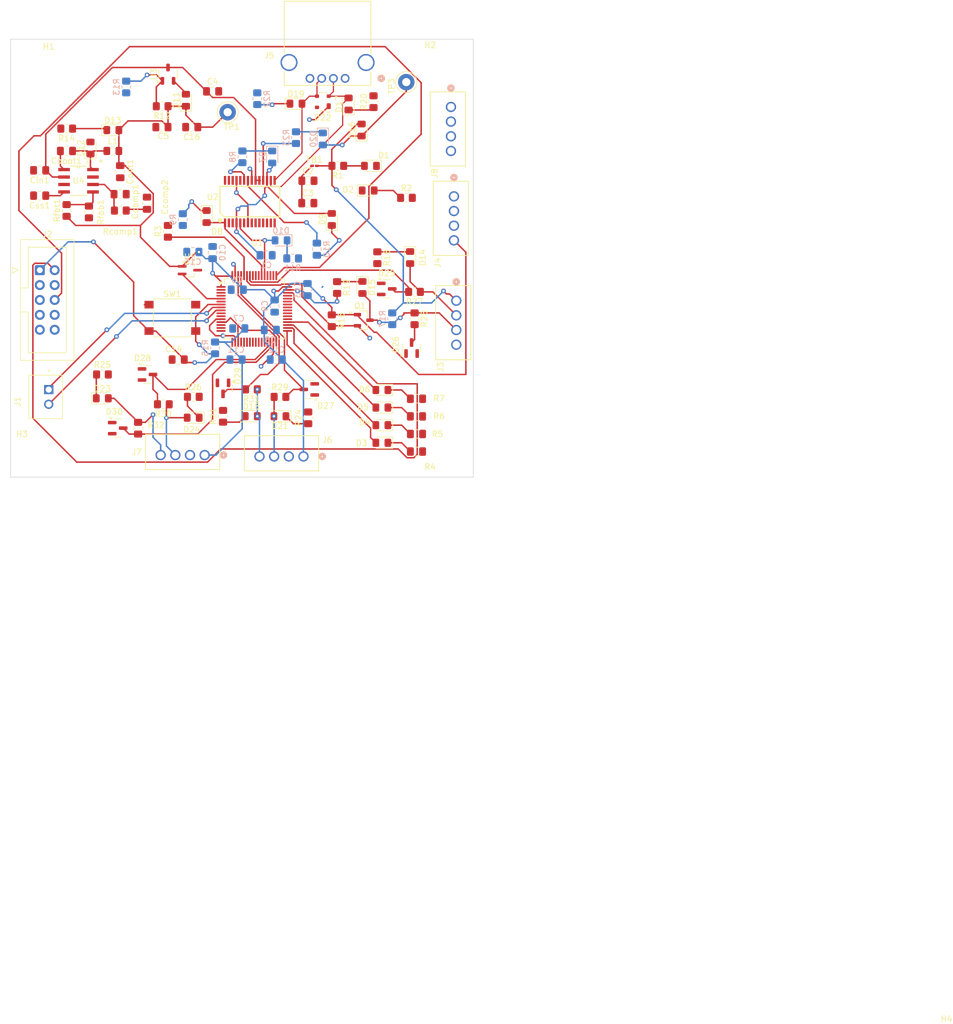
<source format=kicad_pcb>
(kicad_pcb (version 20240108) (generator "pcbnew") (generator_version "8.0")
  (layers (0 "F.Cu" signal) (31 "B.Cu" signal) (34 "B.Paste" user) (35 "F.Paste" user) (36 "B.SilkS" user "B.Silkscreen") (37 "F.SilkS" user "F.Silkscreen") (38 "B.Mask" user) (39 "F.Mask" user) (44 "Edge.Cuts" user))
  (net 0 "")
  (net 1 "GND")
  (net 2 "Net-(C2-Pad1)")
  (net 3 "+5V")
  (net 4 "+3.3V")
  (net 5 "/NRST")
  (net 6 "Net-(D12-K)")
  (net 7 "Net-(U4-BOOT)")
  (net 8 "Net-(U4-COMP)")
  (net 9 "Net-(Ccomp2-Pad1)")
  (net 10 "Net-(U4-SS)")
  (net 11 "Net-(D1-A)")
  (net 12 "Net-(D2-A)")
  (net 13 "/DEBUG1")
  (net 14 "Net-(D3-K)")
  (net 15 "Net-(D4-K)")
  (net 16 "/DEBUG2")
  (net 17 "/DEBUG3")
  (net 18 "Net-(D5-K)")
  (net 19 "Net-(D6-K)")
  (net 20 "/DEBUG4")
  (net 21 "Net-(D7-K)")
  (net 22 "/USB UART Comm/VCCIO")
  (net 23 "/TXD")
  (net 24 "Net-(D8-K)")
  (net 25 "Net-(D9-K)")
  (net 26 "/RXD")
  (net 27 "Net-(D10-K)")
  (net 28 "Net-(D11-A)")
  (net 29 "Net-(D13-K)")
  (net 30 "Net-(D14-K)")
  (net 31 "/TrigE")
  (net 32 "Net-(D15-K)")
  (net 33 "/Echo5VE")
  (net 34 "Net-(D16-K)")
  (net 35 "Net-(D17-K)")
  (net 36 "/USBD-")
  (net 37 "Net-(D18-K)")
  (net 38 "/SDA1E")
  (net 39 "Net-(D19-K)")
  (net 40 "/USBD+")
  (net 41 "Net-(D20-K)")
  (net 42 "Net-(D21-K)")
  (net 43 "/SCL1E")
  (net 44 "/SDA2E")
  (net 45 "Net-(D23-K)")
  (net 46 "/SCL2E")
  (net 47 "Net-(D24-K)")
  (net 49 "/Trig")
  (net 50 "/Echo5V")
  (net 52 "/SCL1")
  (net 54 "/SCL2")
  (net 57 "/SDA1")
  (net 58 "/SDA2")
  (net 60 "/PC1")
  (net 61 "/PC0")
  (net 62 "/SWDIO_IN")
  (net 67 "/SWCLK_IN")
  (net 70 "/Echo3.3V")
  (net 71 "/BOOT0")
  (net 72 "Net-(U2-CBUS0)")
  (net 73 "Net-(U2-CBUS1)")
  (net 74 "Net-(U3-ADJ)")
  (net 75 "Net-(U4-VSENSE)")
  (net 76 "/PB4")
  (net 77 "/PB2")
  (net 78 "/PC10")
  (net 79 "/PC9")
  (net 80 "/PA8")
  (net 81 "/PA11")
  (net 82 "/PC7")
  (net 83 "/PA12")
  (net 84 "/PA7")
  (net 85 "/PC6")
  (net 86 "/PC3")
  (net 87 "/PC15")
  (net 88 "/PA5")
  (net 89 "/PA10")
  (net 90 "/PC4")
  (net 91 "/PC8")
  (net 92 "/PF1")
  (net 93 "/PA4")
  (net 94 "/PC13")
  (net 95 "/PA9")
  (net 96 "/OSC_IN")
  (net 97 "/PB1")
  (net 98 "/PC14")
  (net 99 "/PC5")
  (net 100 "/PC2")
  (net 101 "/PB0")
  (net 102 "/PB5")
  (net 103 "/PA15")
  (net 104 "/PA6")
  (net 105 "/PC11")
  (net 106 "/PB3")
  (footprint "Inductor_SMD:L_0201_0603Metric_Pad0.64x0.40mm_HandSolder" (layer "F.Cu") (at 157.0725 50.8)
    (property "Reference" "FB1")
    (property "Value" "FerriteBead")
  )
  (footprint "LED_SMD:LED_0805_2012Metric_Pad1.15x1.40mm_HandSolder" (layer "F.Cu") (at 146.295 93.472)
    (property "Reference" "D18")
    (property "Value" "LED_Red")
  )
  (footprint "Resistor_SMD:R_0805_2012Metric_Pad1.20x1.40mm_HandSolder" (layer "F.Cu") (at 161.052 50.8 180)
    (property "Reference" "R1")
    (property "Value" "10k")
  )
  (footprint "TestPoint:TestPoint_Loop_D3.50mm_Drill1.4mm_Beaded" (layer "F.Cu") (at 172.72 36.528 -90)
    (property "Reference" "TP3")
    (property "Value" "5V TP")
  )
  (footprint "Library:CONN_B4B-XH-A_JSTProject" (layer "F.Cu") (at 180.34 40.76 90)
    (property "Reference" "J8")
    (property "Value" "SDOAG_Connector")
  )
  (footprint "Capacitor_SMD:C_0805_2012Metric_Pad1.18x1.45mm_HandSolder" (layer "F.Cu") (at 174.4625 99.5)
    (property "Reference" "R4")
    (property "Value" "270")
  )
  (footprint "Diode_SMD:D_0805_2012Metric_Pad1.15x1.40mm_HandSolder" (layer "F.Cu") (at 165.1 44.695 90)
    (property "Reference" "D16")
    (property "Value" "BAT60JFILM")
  )
  (footprint "Library:CONN_B4B-XH-A_JSTProject" (layer "F.Cu") (at 155.194 100.33)
    (property "Reference" "J6")
    (property "Value" "IMU_1")
  )
  (footprint "Capacitor_SMD:C_0805_2012Metric_Pad1.18x1.45mm_HandSolder" (layer "F.Cu") (at 123.952 51.7945 -90)
    (property "Reference" "Cout1")
    (property "Value" "47 uF")
  )
  (footprint "Library:CONN_B4B-XH-A_JSTProject" (layer "F.Cu") (at 138.3446 100.097801)
    (property "Reference" "J7")
    (property "Value" "IMU_2")
  )
  (footprint "Package_TO_SOT_SMD:SOT-23" (layer "F.Cu") (at 128.6025 86.36)
    (property "Reference" "D28")
    (property "Value" "BZX84Cxx")
  )
  (footprint "Capacitor_SMD:C_0805_2012Metric_Pad1.18x1.45mm_HandSolder" (layer "F.Cu") (at 123.9305 55.626)
    (property "Reference" "Ccomp1")
    (property "Value" "10 pF")
  )
  (footprint "Capacitor_SMD:C_0805_2012Metric_Pad1.18x1.45mm_HandSolder" (layer "F.Cu") (at 110.2145 55.88 180)
    (property "Reference" "Css1")
    (property "Value" "8.2 nF")
  )
  (footprint "Capacitor_SMD:C_0805_2012Metric_Pad1.18x1.45mm_HandSolder" (layer "F.Cu") (at 155.956 53.34)
    (property "Reference" "C2")
    (property "Value" "100 nF")
  )
  (footprint "Package_TO_SOT_SMD:SOT-143" (layer "F.Cu") (at 158.496 39.878 180)
    (property "Reference" "D22")
    (property "Value" "PRTR5V0U2X")
  )
  (footprint "Package_TO_SOT_SMD:SOT-23" (layer "F.Cu") (at 173.63 81.8555 90)
    (property "Reference" "D26")
    (property "Value" "BZX84Cxx")
  )
  (footprint "LED_SMD:LED_0805_2012Metric_Pad1.15x1.40mm_HandSolder" (layer "F.Cu") (at 122.691 44.704)
    (property "Reference" "D13")
    (property "Value" "LED_Red")
  )
  (footprint "Resistor_SMD:R_0805_2012Metric_Pad1.20x1.40mm_HandSolder" (layer "F.Cu") (at 160.93 71.536 -90)
    (property "Reference" "R19")
    (property "Value" "150")
  )
  (footprint "LED_SMD:LED_0805_2012Metric_Pad1.15x1.40mm_HandSolder" (layer "F.Cu") (at 162.878 40.253 90)
    (property "Reference" "D17")
    (property "Value" "LED_Green" (hide yes))
  )
  (footprint "Resistor_SMD:R_0805_2012Metric_Pad1.20x1.40mm_HandSolder" (layer "F.Cu") (at 174.122 72.282 180)
    (property "Reference" "R27")
    (property "Value" "20")
  )
  (footprint "LED_SMD:LED_0805_2012Metric_Pad1.15x1.40mm_HandSolder" (layer "F.Cu") (at 168.5625 98 180)
    (property "Reference" "D3")
    (property "Value" "LED_Blue")
  )
  (footprint "LED_SMD:LED_0805_2012Metric_Pad1.15x1.40mm_HandSolder" (layer "F.Cu") (at 136.389 93.726 180)
    (property "Reference" "D24")
    (property "Value" "LED_Red")
  )
  (footprint "Capacitor_SMD:C_0805_2012Metric_Pad1.18x1.45mm_HandSolder" (layer "F.Cu") (at 128.524 57.1715 90)
    (property "Reference" "Ccomp2")
    (property "Value" "2.7 nF")
  )
  (footprint "Capacitor_SMD:C_0805_2012Metric_Pad1.18x1.45mm_HandSolder" (layer "F.Cu") (at 174.4625 93.5)
    (property "Reference" "R6")
    (property "Value" "270")
  )
  (footprint "Resistor_SMD:R_0805_2012Metric_Pad1.20x1.40mm_HandSolder" (layer "F.Cu") (at 167.788 66.456 -90)
    (property "Reference" "R18")
    (property "Value" "150")
  )
  (footprint "Package_TO_SOT_SMD:SOT-323_SC-70_Handsoldering" (layer "F.Cu") (at 135.83 68.58)
    (property "Reference" "U5")
    (property "Value" "MAX7375AXR805")
  )
  (footprint "Connector_IDC:IDC-Header_2x05_P2.54mm_Vertical" (layer "F.Cu") (at 110.236 68.58)
    (property "Reference" "J2")
    (property "Value" "Programming Header")
  )
  (footprint "Resistor_SMD:R_0805_2012Metric_Pad1.20x1.40mm_HandSolder" (layer "F.Cu") (at 123.968 58.42)
    (property "Reference" "Rcomp1")
    (property "Value" "13.7 k")
  )
  (footprint "Package_TO_SOT_SMD:SOT-23-3" (layer "F.Cu") (at 132.1015 35.1735 90)
    (property "Reference" "U3")
    (property "Value" "LM1117MP-ADJ")
  )
  (footprint "Capacitor_SMD:C_0805_2012Metric_Pad1.18x1.45mm_HandSolder" (layer "F.Cu") (at 133.8365 83.82 180)
    (property "Reference" "C14")
    (property "Value" ".1uF")
  )
  (footprint "Capacitor_SMD:C_0805_2012Metric_Pad1.18x1.45mm_HandSolder" (layer "F.Cu") (at 136.144 44.196 180)
    (property "Reference" "C16")
    (property "Value" ".1 uF")
  )
  (footprint "Library:CONN_B4B-XH-A_JSTProject" (layer "F.Cu") (at 181.25 73.78 90)
    (property "Reference" "J3")
    (property "Value" "Ultrasonic")
  )
  (footprint "MountingHole:MountingHole_2.2mm_M2" (layer "F.Cu") (at 108.712 32.766)
    (property "Reference" "H1")
    (property "Value" "MountingHole")
  )
  (footprint "Resistor_SMD:R_0805_2012Metric_Pad1.20x1.40mm_HandSolder" (layer "F.Cu") (at 141.478 93.488 90)
    (property "Reference" "R21")
    (property "Value" "150")
  )
  (footprint "LED_SMD:LED_0805_2012Metric_Pad1.15x1.40mm_HandSolder" (layer "F.Cu") (at 153.915 40.199)
    (property "Reference" "D19")
    (property "Value" "LED_Red")
  )
  (footprint "Inductor_SMD:L_0805_2012Metric_Pad1.15x1.40mm_HandSolder" (layer "F.Cu") (at 122.691 48.26)
    (property "Reference" "L1")
    (property "Value" "6.8 uH")
  )
  (footprint "MountingHole:MountingHole_2.2mm_M2" (layer "F.Cu") (at 180 100.25)
    (property "Reference" "H4")
    (property "Value" "MountingHole")
  )
  (footprint "Library:Project_USB" (layer "F.Cu") (at 162.298149 35.8902 180)
    (property "Reference" "J5")
    (property "Value" "USB_A")
  )
  (footprint "LED_SMD:LED_0805_2012Metric_Pad1.15x1.40mm_HandSolder" (layer "F.Cu") (at 168.5625 95 180)
    (property "Reference" "D4")
    (property "Value" "LED_Blue")
  )
  (footprint "LED_SMD:LED_0805_2012Metric_Pad1.15x1.40mm_HandSolder" (layer "F.Cu") (at 173.376 66.431 -90)
    (property "Reference" "D14")
    (property "Value" "LED_Blue")
  )
  (footprint "Diode_SMD:D_0805_2012Metric_Pad1.15x1.40mm_HandSolder" (layer "F.Cu") (at 118.872 47.761 90)
    (property "Reference" "D12")
    (property "Value" "BAT60JFILM")
  )
  (footprint "Capacitor_SMD:C_0805_2012Metric_Pad1.18x1.45mm_HandSolder" (layer "F.Cu") (at 131.064 44.196 180)
    (property "Reference" "C5")
    (property "Value" "100 uF")
  )
  (footprint "Resistor_SMD:R_0805_2012Metric_Pad1.20x1.40mm_HandSolder" (layer "F.Cu") (at 114.808 58.404 90)
    (property "Reference" "Rfbt1")
    (property "Value" "10.2 k")
  )
  (footprint "LED_SMD:LED_0805_2012Metric_Pad1.15x1.40mm_HandSolder" (layer "F.Cu") (at 151.183 93.48 180)
    (property "Reference" "D21")
    (property "Value" "LED_Blue")
  )
  (footprint "Capacitor_SMD:C_0805_2012Metric_Pad1.18x1.45mm_HandSolder" (layer "F.Cu") (at 174.4625 96.5)
    (property "Reference" "R5")
    (property "Value" "270")
  )
  (footprint "Button_Switch_SMD:SW_SPST_PTS645" (layer "F.Cu") (at 132.842 76.708)
    (property "Reference" "SW1")
    (property "Value" "Reset Switch")
  )
  (footprint "MountingHole:MountingHole_2.2mm_M2" (layer "F.Cu") (at 180.594 32.004)
    (property "Reference" "H2")
    (property "Value" "MountingHole")
  )
  (footprint "Resistor_SMD:R_0805_2012Metric_Pad1.20x1.40mm_HandSolder" (layer "F.Cu") (at 132.08 61.96 90)
    (property "Reference" "R3")
    (property "Value" "100K")
  )
  (footprint "Capacitor_SMD:C_0805_2012Metric_Pad1.18x1.45mm_HandSolder" (layer "F.Cu") (at 174.4625 90.5)
    (property "Reference" "R7")
    (property "Value" "270")
  )
  (footprint "Package_QFP:LQFP-64_10x10mm_P0.5mm" (layer "F.Cu") (at 146.812 75.184)
    (property "Reference" "U1")
    (property "Value" "STM32F091RCTx")
  )
  (footprint "Package_TO_SOT_SMD:SOT-23" (layer "F.Cu") (at 123.5225 95.504)
    (property "Reference" "D30")
    (property "Value" "BZX84Cxx")
  )
  (footprint "Library:Project_BSS" (layer "F.Cu") (at 165.458 77.108)
    (property "Reference" "Q1")
    (property "Value" "BSS138")
  )
  (footprint "Resistor_SMD:R_0805_2012Metric_Pad1.20x1.40mm_HandSolder" (layer "F.Cu") (at 160.02 77.2 -90)
    (property "Reference" "R16")
    (property "Value" "10k")
  )
  (footprint "Library:CONN_B4B-XH-A_JSTProject" (layer "F.Cu") (at 180.848 56 90)
    (property "Reference" "J4")
    (property "Value" "Power_Connector")
  )
  (footprint "Resistor_SMD:R_0805_2012Metric_Pad1.20x1.40mm_HandSolder" (layer "F.Cu") (at 156 93.75 90)
    (property "Reference" "R24")
    (property "Value" "150")
  )
  (footprint "Resistor_SMD:R_0805_2012Metric_Pad1.20x1.40mm_HandSolder" (layer "F.Cu") (at 174.138 76.87 -90)
    (property "Reference" "R28")
    (property "Value" "20")
  )
  (footprint "Package_TO_SOT_SMD:SOT-23" (layer "F.Cu") (at 169.3905 71.774)
    (property "Reference" "D25")
    (property "Value" "BZX84Cxx")
  )
  (footprint "LED_SMD:LED_0805_2012Metric_Pad1.15x1.40mm_HandSolder" (layer "F.Cu") (at 138.675 59.445 -90)
    (property "Reference" "D8")
    (property "Value" "LED_Green")
  )
  (footprint "Diode_SMD:D_0805_2012Metric_Pad1.15x1.40mm_HandSolder" (layer "F.Cu") (at 135.1495 39.615 90)
    (property "Reference" "D11")
    (property "Value" "BAT60JFILM")
  )
  (footprint "Resistor_SMD:R_0805_2012Metric_Pad1.20x1.40mm_HandSolder" (layer "F.Cu") (at 114.824 44.45 180)
    (property "Reference" "R14")
    (property "Value" "150")
  )
  (footprint "Resistor_SMD:R_0805_2012Metric_Pad1.20x1.40mm_HandSolder" (layer "F.Cu") (at 172.75 56.25)
    (property "Reference" "R2")
    (property "Value" "10k")
  )
  (footprint "LED_SMD:LED_0805_2012Metric_Pad1.15x1.40mm_HandSolder" (layer "F.Cu") (at 166.615 50.8 180)
    (property "Reference" "D1")
    (property "Value" "LED_Blue")
  )
  (footprint "Library:Project_TPS" (layer "F.Cu") (at 116.84 53.34)
    (property "Reference" "U4")
    (property "Value" "TPS54331QDRQ1")
  )
  (footprint "LED_SMD:LED_0805_2012Metric_Pad1.15x1.40mm_HandSolder" (layer "F.Cu") (at 120.895 90.424)
    (property "Reference" "D23")
    (property "Value" "LED_Blue")
  )
  (footprint "Resistor_SMD:R_0805_2012Metric_Pad1.20x1.40mm_HandSolder" (layer "F.Cu") (at 131.302 91.44 180)
    (property "Reference" "R30")
    (property "Value" "20")
  )
  (footprint "Capacitor_SMD:C_0805_2012Metric_Pad1.18x1.45mm_HandSolder" (layer "F.Cu") (at 110.2145 51.562 180)
    (property "Reference" "Cin1")
    (property "Value" "10 uF")
  )
  (footprint "LED_SMD:LED_0805_2012Metric_Pad1.15x1.40mm_HandSolder" (layer "F.Cu") (at 160.02 59.935 90)
    (property "Reference" "D9")
    (property "Value" "LED_Blue")
  )
  (footprint "Capacitor_SMD:C_0805_2012Metric_Pad1.18x1.45mm_HandSolder" (layer "F.Cu") (at 155.9345 57.15)
    (property "Reference" "C3")
    (property "Value" "4.7 uF")
  )
  (footprint "LED_SMD:LED_0805_2012Metric_Pad1.15x1.40mm_HandSolder" (layer "F.Cu") (at 166.225 55)
    (property "Reference" "D2")
    (property "Value" "LED_Blue")
  )
  (footprint "Resistor_SMD:R_0805_2012Metric_Pad1.20x1.40mm_HandSolder" (layer "F.Cu") (at 118.618 58.658 -90)
    (property "Reference" "Rfbb1")
    (property "Value" "3.24 k")
  )
  (footprint "Capacitor_SMD:C_0805_2012Metric_Pad1.18x1.45mm_HandSolder" (layer "F.Cu") (at 114.7865 48.26 180)
    (property "Reference" "Cboot1")
    (property "Value" "100 nF")
  )
  (footprint "LED_SMD:LED_0805_2012Metric_Pad1.15x1.40mm_HandSolder" (layer "F.Cu") (at 168.5625 89 180)
    (property "Reference" "D6")
    (property "Value" "LED_Blue")
  )
  (footprint "MountingHole:MountingHole_2.2mm_M2" (layer "F.Cu") (at 109.982 99.06)
    (property "Reference" "H3")
    (property "Value" "MountingHole")
  )
  (footprint "Resistor_SMD:R_0805_2012Metric_Pad1.20x1.40mm_HandSolder" (layer "F.Cu") (at 120.92 86.36)
    (property "Reference" "R25")
    (property "Value" "150")
  )
  (footprint "Capacitor_SMD:C_0805_2012Metric_Pad1.18x1.45mm_HandSolder" (layer "F.Cu") (at 139.7 38.1)
    (property "Reference" "C4")
    (property "Value" "10 uF")
  )
  (footprint "LED_SMD:LED_0805_2012Metric_Pad1.15x1.40mm_HandSolder" (layer "F.Cu") (at 165.248 71.529 -90)
    (property "Reference" "D15")
    (property "Value" "LED_Red")
  )
  (footprint "Resistor_SMD:R_0805_2012Metric_Pad1.20x1.40mm_HandSolder" (layer "F.Cu") (at 136.414 90.17)
    (property "Reference" "R26")
    (property "Value" "150")
  )
  (footprint "Library:Project_FT232" (layer "F.Cu") (at 146.05 56.896)
    (property "Reference" "U2")
    (property "Value" "FT232RL")
  )
  (footprint "Resistor_SMD:R_0805_2012Metric_Pad1.20x1.40mm_HandSolder" (layer "F.Cu") (at 167.132 39.862 90)
    (property "Reference" "R20")
    (property "Value" "150")
  )
  (footprint "Package_TO_SOT_SMD:SOT-23" (layer "F.Cu") (at 156.1755 88.908 180)
    (property "Reference" "D27")
    (property "Value" "BZX84Cxx")
  )
  (footprint "Library:2Pin" (layer "F.Cu") (at 111.235 90.19 90)
    (property "Reference" "J1")
    (property "Value" "Conn_01x02_Pin")
  )
  (footprint "Resistor_SMD:R_0805_2012Metric_Pad1.20x1.40mm_HandSolder" (layer "F.Cu") (at 131.1015 40.64 180)
    (property "Reference" "R12")
    (property "Value" "150")
  )
  (footprint "Resistor_SMD:R_0805_2012Metric_Pad1.20x1.40mm_HandSolder" (layer "F.Cu") (at 146.32 88.9 180)
    (property "Reference" "R31")
    (property "Value" "20")
  )
  (footprint "Package_TO_SOT_SMD:SOT-23" (layer "F.Cu") (at 141.478 88.7245 -90)
    (property "Reference" "D29")
    (property "Value" "BZX84Cxx")
  )
  (footprint "Resistor_SMD:R_0805_2012Metric_Pad1.20x1.40mm_HandSolder" (layer "F.Cu") (at 151.19 90.178)
    (property "Reference" "R29")
    (property "Value" "20")
  )
  (footprint "LED_SMD:LED_0805_2012Metric_Pad1.15x1.40mm_HandSolder" (layer "F.Cu") (at 168.5625 92 180)
    (property "Reference" "D5")
    (property "Value" "LED_Blue")
  )
  (footprint "Resistor_SMD:R_0805_2012Metric_Pad1.20x1.40mm_HandSolder" (layer "F.Cu") (at 127 95.52 -90)
    (property "Reference" "R32")
    (property "Value" "20")
  )
  (footprint "TestPoint:TestPoint_Loop_D3.50mm_Drill1.4mm_Beaded" (layer "F.Cu") (at 142.2615 41.656)
    (property "Reference" "TP1")
    (property "Value" "3.3V TP")
  )
  (footprint "Resistor_SMD:R_0805_2012Metric_Pad1.20x1.40mm_HandSolder" (layer "B.Cu") (at 153.924 45.99 -90)
    (property "Reference" "R23")
    (property "Value" "150")
  )
  (footprint "Resistor_SMD:R_0805_2012Metric_Pad1.20x1.40mm_HandSolder" (layer "B.Cu") (at 153.345 66.576)
    (property "Reference" "R11")
    (property "Value" "150")
  )
  (footprint "LED_SMD:LED_0805_2012Metric_Pad1.15x1.40mm_HandSolder" (layer "B.Cu") (at 158.496 46.219 -90)
    (property "Reference" "D20")
    (property "Value" "LED_Blue")
  )
  (footprint "Resistor_SMD:R_0805_2012Metric_Pad1.20x1.40mm_HandSolder" (layer "B.Cu") (at 170.328 76.87 -90)
    (property "Reference" "R17")
    (property "Value" "10k")
  )
  (footprint "Capacitor_SMD:C_0805_2012Metric_Pad1.18x1.45mm_HandSolder" (layer "B.Cu") (at 155.869 71.8885 -90)
    (property "Reference" "C13")
    (property "Value" "1 uF")
  )
  (footprint "LED_SMD:LED_0805_2012Metric_Pad1.15x1.40mm_HandSolder" (layer "B.Cu") (at 151.375 63.5 180)
    (property "Reference" "D10")
    (property "Value" "LED_Red")
  )
  (footprint "Capacitor_SMD:C_0805_2012Metric_Pad1.18x1.45mm_HandSolder" (layer "B.Cu") (at 149.5405 78.768)
    (property "Reference" "C8")
    (property "Value" ".1 uF")
  )
  (footprint "Resistor_SMD:R_0805_2012Metric_Pad1.20x1.40mm_HandSolder" (layer "B.Cu") (at 147.32 39.354 90)
    (property "Reference" "R22")
    (property "Value" "150")
  )
  (footprint "Capacitor_SMD:C_0805_2012Metric_Pad1.18x1.45mm_HandSolder" (layer "B.Cu") (at 157.48 65.0025 90)
    (property "Reference" "R10")
    (property "Value" "270")
  )
  (footprint "Capacitor_SMD:C_0805_2012Metric_Pad1.18x1.45mm_HandSolder" (layer "B.Cu") (at 144.1635 78.514 180)
    (property "Reference" "C7")
    (property "Value" ".1 uF")
  )
  (footprint "Capacitor_SMD:C_0805_2012Metric_Pad1.18x1.45mm_HandSolder" (layer "B.Cu") (at 150.5565 83.82 180)
    (property "Reference" "C12")
    (property "Value" "4.7 uF")
  )
  (footprint "Capacitor_SMD:C_0805_2012Metric_Pad1.18x1.45mm_HandSolder" (layer "B.Cu") (at 148.8225 66.04)
    (property "Reference" "C1")
    (property "Value" "100 nF")
  )
  (footprint "Resistor_SMD:R_0805_2012Metric_Pad1.20x1.40mm_HandSolder" (layer "B.Cu") (at 134.62 59.96 -90)
    (property "Reference" "R9")
    (property "Value" "150")
  )
  (footprint "Resistor_SMD:R_0805_2012Metric_Pad1.20x1.40mm_HandSolder" (layer "B.Cu") (at 144.78 49.26 -90)
    (property "Reference" "R8")
    (property "Value" "270")
  )
  (footprint "Capacitor_SMD:C_0805_2012Metric_Pad1.18x1.45mm_HandSolder" (layer "B.Cu") (at 150.281 74.6975 -90)
    (property "Reference" "C9")
    (property "Value" ".1 uF")
  )
  (footprint "Capacitor_SMD:C_0805_2012Metric_Pad1.18x1.45mm_HandSolder" (layer "B.Cu") (at 143.9095 71.91 180)
    (property "Reference" "C6")
    (property "Value" ".1 uF")
  )
  (footprint "Resistor_SMD:R_0805_2012Metric_Pad1.20x1.40mm_HandSolder" (layer "B.Cu") (at 140.121 81.832 -90)
    (property "Reference" "R15")
    (property "Value" "100K")
  )
  (footprint "Capacitor_SMD:C_0805_2012Metric_Pad1.18x1.45mm_HandSolder" (layer "B.Cu") (at 139.7 65.5815 90)
    (property "Reference" "C10")
    (property "Value" "4.7 uF")
  )
  (footprint "Capacitor_SMD:C_0805_2012Metric_Pad1.18x1.45mm_HandSolder" (layer "B.Cu") (at 143.6985 83.82 180)
    (property "Reference" "C11")
    (property "Value" "10 nF")
  )
  (footprint "Capacitor_SMD:C_0805_2012Metric_Pad1.18x1.45mm_HandSolder" (layer "B.Cu") (at 136.3325 65.480836)
    (property "Reference" "C15")
    (property "Value" "0.1uF")
  )
  (footprint "Resistor_SMD:R_0805_2012Metric_Pad1.20x1.40mm_HandSolder" (layer "B.Cu") (at 124.968 37.354 -90)
    (property "Reference" "R13")
    (property "Value" "220")
  )
  (footprint "LED_SMD:LED_0805_2012Metric_Pad1.15x1.40mm_HandSolder" (layer "B.Cu") (at 149.86 49.285 -90)
    (property "Reference" "D7")
    (property "Value" "LED_Blue")
  )
  (gr_rect (start 105.248 29.21) (end 184.15 103.86) (stroke (width 0.1)) (fill none) (layer "Edge.Cuts"))
  (segment (start 160.93 72.536) (end 160.928 72.536) (width 0.25) (layer "F.Cu") (net 1))
  (segment (start 143.537 69.596) (end 143.537 67.845) (width 0.25) (layer "F.Cu") (net 1))
  (segment (start 152.487 71.934) (end 153.976 71.934) (width 0.254) (layer "F.Cu") (net 1))
  (segment (start 143.537 67.845) (end 143.256 67.564) (width 0.25) (layer "F.Cu") (net 1))
  (segment (start 141.137 76.934) (end 141.114 76.957) (width 0.254) (layer "F.Cu") (net 1))
  (segment (start 152.631 71.934) (end 152.654 71.911) (width 0.254) (layer "F.Cu") (net 1))
  (segment (start 143.562 69.509) (end 143.537 69.534) (width 0.25) (layer "F.Cu") (net 1))
  (segment (start 143.764 55.372) (end 143.775 55.361) (width 0.25) (layer "F.Cu") (net 1))
  (segment (start 159.5 40.628) (end 159.512 40.64) (width 0.25) (layer "F.Cu") (net 1))
  (segment (start 143.537 80.834) (end 143.537 80.772) (width 0.25) (layer "F.Cu") (net 1))
  (segment (start 143.537 80.772) (end 143.537 79.991236) (width 0.25) (layer "F.Cu") (net 1))
  (segment (start 150.062 80.859) (end 150.062 82.856) (width 0.25) (layer "F.Cu") (net 1))
  (segment (start 141.137 76.934) (end 140.291408 76.934) (width 0.254) (layer "F.Cu") (net 1))
  (segment (start 159.496 40.628) (end 157.198 42.926) (width 0.25) (layer "F.Cu") (net 1))
  (segment (start 160.93 72.536) (end 160.93 73.914) (width 0.25) (layer "F.Cu") (net 1))
  (segment (start 139.192 78.033408) (end 139.192 78.74) (width 0.254) (layer "F.Cu") (net 1))
  (segment (start 160.93 73.914) (end 160.93 74.062) (width 0.25) (layer "F.Cu") (net 1))
  (segment (start 159.496 40.628) (end 159.5 40.628) (width 0.25) (layer "F.Cu") (net 1))
  (segment (start 143.537 79.991236) (end 143.304764 79.759) (width 0.25) (layer "F.Cu") (net 1))
  (segment (start 139.192 78.74) (end 140.211 79.759) (width 0.254) (layer "F.Cu") (net 1))
  (segment (start 160.928 72.536) (end 160.782 72.39) (width 0.25) (layer "F.Cu") (net 1))
  (segment (start 150.085 80.836) (end 150.085 80.772) (width 0.254) (layer "F.Cu") (net 1))
  (segment (start 143.537 69.534) (end 143.537 69.596) (width 0.25) (layer "F.Cu") (net 1))
  (segment (start 148.325 53.271) (end 148.325 53.329) (width 0.254) (layer "F.Cu") (net 1))
  (segment (start 153.976 71.934) (end 154.178 72.136) (width 0.254) (layer "F.Cu") (net 1))
  (segment (start 157.198 42.926) (end 156.21 42.926) (width 0.25) (layer "F.Cu") (net 1))
  (segment (start 148.336 53.34) (end 148.336 46.99) (width 0.254) (layer "F.Cu") (net 1))
  (segment (start 143.775 53.271) (end 143.775 55.361) (width 0.25) (layer "F.Cu") (net 1))
  (segment (start 140.211 79.759) (end 141.475 79.759) (width 0.254) (layer "F.Cu") (net 1))
  (segment (start 145.725 57.333) (end 143.764 55.372) (width 0.25) (layer "F.Cu") (net 1))
  (segment (start 150.062 82.856) (end 147.955 84.963) (width 0.25) (layer "F.Cu") (net 1))
  (segment (start 146.375 53.271) (end 146.375 51.633) (width 0.25) (layer "F.Cu") (net 1))
  (segment (start 145.725 60.521) (end 145.725 57.333) (width 0.25) (layer "F.Cu") (net 1))
  (segment (start 152.487 71.934) (end 152.631 71.934) (width 0.254) (layer "F.Cu") (net 1))
  (segment (start 128.064 74.458) (end 128.862 74.458) (width 0.254) (layer "F.Cu") (net 1))
  (segment (start 146.375 51.633) (end 146.05 51.308) (width 0.25) (layer "F.Cu") (net 1))
  (segment (start 148.325 53.329) (end 148.336 53.34) (width 0.254) (layer "F.Cu") (net 1))
  (segment (start 143.304764 79.759) (end 141.475 79.759) (width 0.25) (layer "F.Cu") (net 1))
  (segment (start 143.562 80.859) (end 143.537 80.834) (width 0.25) (layer "F.Cu") (net 1))
  (segment (start 140.291408 76.934) (end 139.192 78.033408) (width 0.254) (layer "F.Cu") (net 1))
  (via (at 154.178 72.136) (size 0.8) (drill 0.4) (layers "F.Cu" "B.Cu") (net 1))
  (via (at 147.955 84.963) (size 0.8) (drill 0.4) (layers "F.Cu" "B.Cu") (net 1))
  (via (at 143.256 67.564) (size 0.8) (drill 0.4) (layers "F.Cu" "B.Cu") (net 1))
  (via (at 148.336 46.99) (size 0.8) (drill 0.4) (layers "F.Cu" "B.Cu") (net 1))
  (via (at 146.05 51.308) (size 0.8) (drill 0.4) (layers "F.Cu" "B.Cu") (net 1))
  (via (at 143.764 55.372) (size 0.8) (drill 0.4) (layers "F.Cu" "B.Cu") (net 1))
  (via (at 156.21 42.926) (size 0.8) (drill 0.4) (layers "F.Cu" "B.Cu") (net 1))
  (via (at 141.475 79.759) (size 0.8) (drill 0.4) (layers "F.Cu" "B.Cu") (net 1))
  (via (at 160.93 73.914) (size 0.8) (drill 0.4) (layers "F.Cu" "B.Cu") (net 1))
  (segment (start 160.93 73.914) (end 161.036 73.914) (width 0.25) (layer "B.Cu") (net 1))
  (segment (start 148.336 46.99) (end 153.924 46.99) (width 0.254) (layer "B.Cu") (net 1))
  (segment (start 160.713 74.131) (end 157.074 74.131) (width 0.25) (layer "B.Cu") (net 1))
  (segment (start 157.074 74.131) (end 155.869 72.926) (width 0.25) (layer "B.Cu") (net 1))
  (segment (start 158.369 71.501) (end 158.496 71.374) (width 0.25) (layer "B.Cu") (net 1))
  (segment (start 160.93 73.914) (end 160.713 74.131) (width 0.25) (layer "B.Cu") (net 1))
  (segment (start 154.178 72.136) (end 155.079 72.136) (width 0.254) (layer "B.Cu") (net 1))
  (segment (start 155.079 72.136) (end 155.869 72.926) (width 0.254) (layer "B.Cu") (net 1))
  (segment (start 154.9185 53.34) (end 154.9185 57.1285) (width 0.25) (layer "F.Cu") (net 2))
  (segment (start 154.9185 57.1285) (end 154.897 57.15) (width 0.25) (layer "F.Cu") (net 2))
  (segment (start 154.9185 52.5465) (end 154.9185 53.34) (width 0.25) (layer "F.Cu") (net 2))
  (segment (start 156.665 50.8) (end 154.9185 52.5465) (width 0.25) (layer "F.Cu") (net 2))
  (segment (start 157.48 50.8) (end 160.052 50.8) (width 0.25) (layer "F.Cu") (net 3))
  (segment (start 112.395 52.705) (end 114.3762 52.705) (width 0.25) (layer "F.Cu") (net 3))
  (segment (start 139.7125 39.15) (end 143.29 39.15) (width 0.25) (layer "F.Cu") (net 3))
  (segment (start 147.675 53.271) (end 147.759 53.271) (width 0.254) (layer "F.Cu") (net 3))
  (segment (start 180.114 72.644) (end 181.25 73.78) (width 0.25) (layer "F.Cu") (net 3))
  (segment (start 160.782 54.864) (end 160.052 54.134) (width 0.25) (layer "F.Cu") (net 3))
  (segment (start 138.6625 38.1) (end 139.7125 39.15) (width 0.25) (layer "F.Cu") (net 3))
  (segment (start 134.5985 34.036) (end 138.6625 38.1) (width 0.25) (layer "F.Cu") (net 3))
  (segment (start 122.6179 34.036) (end 132.1015 34.036) (width 0.25) (layer "F.Cu") (net 3))
  (segment (start 147.729 53.271) (end 147.025 53.271) (width 0.254) (layer "F.Cu") (net 3))
  (segment (start 147.025 42.885) (end 147.025 50.8) (width 0.25) (layer "F.Cu") (net 3))
  (segment (start 132.1015 34.036) (end 134.5985 34.036) (width 0.25) (layer "F.Cu") (net 3))
  (segment (start 160.052 54.134) (end 160.052 50.8) (width 0.25) (layer "F.Cu") (net 3))
  (segment (start 160.02 47.996695) (end 164.346695 43.67) (width 0.25) (layer "F.Cu") (net 3))
  (segment (start 157.496 40.828) (end 157.668 40.828) (width 0.25) (layer "F.Cu") (net 3))
  (segment (start 111.252 45.4019) (end 122.6179 34.036) (width 0.25) (layer "F.Cu") (net 3))
  (segment (start 147.759 53.271) (end 147.798 53.31) (width 0.254) (layer "F.Cu") (net 3))
  (segment (start 157.668 40.828) (end 157.734 40.894) (width 0.25) (layer "F.Cu") (net 3))
  (segment (start 147.025 50.8) (end 147.025 53.271) (width 0.25) (layer "F.Cu") (net 3))
  (segment (start 179.07 72.136) (end 179.578 72.644) (width 0.25) (layer "F.Cu") (net 3))
  (segment (start 179.578 72.644) (end 180.114 72.644) (width 0.25) (layer "F.Cu") (net 3))
  (segment (start 111.252 51.562) (end 111.252 45.4019) (width 0.25) (layer "F.Cu") (net 3))
  (segment (start 147.798 53.31) (end 147.798 53.34) (width 0.254) (layer "F.Cu") (net 3))
  (segment (start 160.052 50.8) (end 160.02 50.8) (width 0.25) (layer "F.Cu") (net 3))
  (segment (start 111.252 51.562) (end 112.395 52.705) (width 0.25) (layer "F.Cu") (net 3))
  (segment (start 164.346695 43.67) (end 165.1 43.67) (width 0.25) (layer "F.Cu") (net 3))
  (segment (start 160.02 50.8) (end 160.02 47.996695) (width 0.25) (layer "F.Cu") (net 3))
  (segment (start 143.29 39.15) (end 147.025 42.885) (width 0.25) (layer "F.Cu") (net 3))
  (segment (start 147.798 53.34) (end 147.729 53.271) (width 0.254) (layer "F.Cu") (net 3))
  (via (at 160.782 54.864) (size 0.8) (drill 0.4) (layers "F.Cu" "B.Cu") (net 3))
  (via (at 179.07 72.136) (size 0.8) (drill 0.4) (layers "F.Cu" "B.Cu") (net 3))
  (segment (start 177.038 74.168) (end 179.07 72.136) (width 0.25) (layer "B.Cu") (net 3))
  (segment (start 170.434 75.946) (end 172.212 74.168) (width 0.25) (layer "B.Cu") (net 3))
  (segment (start 172.212 66.294) (end 160.782 54.864) (width 0.25) (layer "B.Cu") (net 3))
  (segment (start 170.358 75.87) (end 170.434 75.946) (width 0.25) (layer "B.Cu") (net 3))
  (segment (start 172.212 74.168) (end 172.212 66.294) (width 0.25) (layer "B.Cu") (net 3))
  (segment (start 172.212 74.168) (end 177.038 74.168) (width 0.25) (layer "B.Cu") (net 3))
  (segment (start 170.328 75.87) (end 170.358 75.87) (width 0.25) (layer "B.Cu") (net 3))
  (segment (start 127.4056 62.9546) (end 127.4056 60.96) (width 0.25) (layer "F.Cu") (net 4))
  (segment (start 160.02 74.93) (end 160.02 76.2) (width 0.25) (layer "F.Cu") (net 4))
  (segment (start 123.716 44.704) (end 125.274 43.146) (width 0.25) (layer "F.Cu") (net 4))
  (segment (start 141.997 77.459) (end 142.748 76.708) (width 0.25) (layer "F.Cu") (net 4))
  (segment (start 164.398 76.320764) (end 164.398 76.158) (width 0.25) (layer "F.Cu") (net 4))
  (segment (start 143.062 69.509) (end 143.062 69.536) (width 0.254) (layer "F.Cu") (net 4))
  (segment (start 135.1495 42.164) (end 137.1815 44.196) (width 0.25) (layer "F.Cu") (net 4))
  (segment (start 143.062 69.536) (end 143.002 69.596) (width 0.254) (layer "F.Cu") (net 4))
  (segment (start 141.137 71.434) (end 141.164 71.434) (width 0.25) (layer "F.Cu") (net 4))
  (segment (start 150.114 72.136) (end 150.942236 72.136) (width 0.25) (layer "F.Cu") (net 4))
  (segment (start 158.496 73.406) (end 160.02 74.93) (width 0.25) (layer "F.Cu") (net 4))
  (segment (start 149.383264 78.8375) (end 144.8775 78.8375) (width 0.25) (layer "F.Cu") (net 4))
  (segment (start 125.274 43.146) (end 131.0515 43.146) (width 0.25) (layer "F.Cu") (net 4))
  (segment (start 136.949164 65.480836) (end 137.37 65.480836) (width 0.25) (layer "F.Cu") (net 4))
  (segment (start 160.062 76.158) (end 160.02 76.2) (width 0.25) (layer "F.Cu") (net 4))
  (segment (start 182.88 86.36) (end 174.833592 86.36) (width 0.25) (layer "F.Cu") (net 4))
  (segment (start 129.574 55.5514) (end 124.7796 50.757) (width 0.25) (layer "F.Cu") (net 4))
  (segment (start 123.716 50.521) (end 123.952 50.757) (width 0.25) (layer "F.Cu") (net 4))
  (segment (start 116.364 60.96) (end 127.4056 60.96) (width 0.25) (layer "F.Cu") (net 4))
  (segment (start 144.062 79.712) (end 144.018 79.756) (width 0.25) (layer "F.Cu") (net 4))
  (segment (start 134.5 67.93) (end 136.949164 65.480836) (width 0.25) (layer "F.Cu") (net 4))
  (segment (start 132.381 67.93) (end 134.5 67.93) (width 0.25) (layer "F.Cu") (net 4))
  (segment (start 114.808 59.404) (end 116.364 60.96) (width 0.25) (layer "F.Cu") (net 4))
  (segment (start 152.464 71.411) (end 152.4 71.411) (width 0.254) (layer "F.Cu") (net 4))
  (segment (start 123.716 44.704) (end 123.716 48.26) (width 0.25) (layer "F.Cu") (net 4))
  (segment (start 182.88 65.532) (end 182.88 86.36) (width 0.25) (layer "F.Cu") (net 4))
  (segment (start 167.243644 79.166408) (end 164.398 76.320764) (width 0.25) (layer "F.Cu") (net 4))
  (segment (start 150.942236 72.136) (end 151.644236 71.434) (width 0.25) (layer "F.Cu") (net 4))
  (segment (start 151.644236 71.434) (end 152.487 71.434) (width 0.25) (layer "F.Cu") (net 4))
  (segment (start 123.716 48.26) (end 123.716 50.521) (width 0.25) (layer "F.Cu") (net 4))
  (segment (start 135.1495 40.64) (end 135.1495 42.164) (width 0.25) (layer "F.Cu") (net 4))
  (segment (start 150.562 80.859) (end 150.562 80.016236) (width 0.25) (layer "F.Cu") (net 4))
  (segment (start 141.162 77.459) (end 141.224 77.459) (width 0.25) (layer "F.Cu") (net 4))
  (segment (start 127.4056 62.9546) (end 132.381 67.93) (width 0.25) (layer "F.Cu") (net 4))
  (segment (start 141.137 77.434) (end 141.162 77.459) (width 0.25) (layer "F.Cu") (net 4))
  (segment (start 141.224 77.459) (end 141.997 77.459) (width 0.25) (layer "F.Cu") (net 4))
  (segment (start 140.208 69.596) (end 139.7 69.088) (width 0.254) (layer "F.Cu") (net 4))
  (segment (start 131.0515 43.146) (end 132.1015 44.196) (width 0.25) (layer "F.Cu") (net 4))
  (segment (start 143.002 69.596) (end 140.208 69.596) (width 0.254) (layer "F.Cu") (net 4))
  (segment (start 135.1495 40.64) (end 132.1015 40.64) (width 0.25) (layer "F.Cu") (net 4))
  (segment (start 180.848 63.5) (end 182.88 65.532) (width 0.25) (layer "F.Cu") (net 4))
  (segment (start 144.018 77.978) (end 142.748 76.708) (width 0.25) (layer "F.Cu") (net 4))
  (segment (start 150.562 80.016236) (end 149.383264 78.8375) (width 0.25) (layer "F.Cu") (net 4))
  (segment (start 173.75 56.25) (end 173.75 56.402) (width 0.25) (layer "F.Cu") (net 4))
  (segment (start 152.487 71.434) (end 152.464 71.411) (width 0.254) (layer "F.Cu") (net 4))
  (segment (start 134.5 67.93) (end 135.138164 67.93) (width 0.25) (layer "F.Cu") (net 4))
  (segment (start 129.574 58.7916) (end 129.574 55.5514) (width 0.25) (layer "F.Cu") (net 4))
  (segment (start 144.8775 78.8375) (end 144.018 77.978) (width 0.25) (layer "F.Cu") (net 4))
  (segment (start 180.598 56.25) (end 180.848 56) (width 0.25) (layer "F.Cu") (net 4))
  (segment (start 127.4056 60.96) (end 129.574 58.7916) (width 0.25) (layer "F.Cu") (net 4))
  (segment (start 174.833592 86.36) (end 167.64 79.166408) (width 0.25) (layer "F.Cu") (net 4))
  (segment (start 144.018 79.756) (end 144.018 77.978) (width 0.25) (layer "F.Cu") (net 4))
  (segment (start 167.64 79.166408) (end 167.243644 79.166408) (width 0.25) (layer "F.Cu") (net 4))
  (segment (start 141.137 71.434) (end 141.137 70.525) (width 0.25) (layer "F.Cu") (net 4))
  (segment (start 141.137 70.525) (end 139.7 69.088) (width 0.25) (layer "F.Cu") (net 4))
  (segment (start 164.398 76.158) (end 160.062 76.158) (width 0.25) (layer "F.Cu") (net 4))
  (segment (start 137.1815 44.196) (end 139.7215 44.196) (width 0.25) (layer "F.Cu") (net 4))
  (segment (start 144.062 80.859) (end 144.062 79.712) (width 0.25) (layer "F.Cu") (net 4))
  (segment (start 139.7215 44.196) (end 142.2615 41.656) (width 0.25) (layer "F.Cu") (net 4))
  (segment (start 124.7796 50.757) (end 123.952 50.757) (width 0.25) (layer "F.Cu") (net 4))
  (segment (start 132.1015 40.64) (end 132.1015 44.196) (width 0.25) (layer "F.Cu") (net 4))
  (via (at 158.496 73.406) (size 0.8) (drill 0.4) (layers "F.Cu" "B.Cu") (net 4))
  (via (at 139.7 69.088) (size 0.8) (drill 0.4) (layers "F.Cu" "B.Cu") (net 4))
  (via (at 137.37 65.480836) (size 0.8) (drill 0.4) (layers "F.Cu" "B.Cu") (net 4))
  (via (at 150.114 72.136) (size 0.8) (drill 0.4) (layers "F.Cu" "B.Cu") (net 4))
  (segment (start 148.4055 75.5355) (end 150.281 73.66) (width 0.25) (layer "B.Cu") (net 4))
  (segment (start 144.736 95.631305) (end 140.269504 100.097801) (width 0.25) (layer "B.Cu") (net 4))
  (segment (start 139.7 66.619) (end 139.7 66.663) (width 0.25) (layer "B.Cu") (net 4))
  (segment (start 139.7 69.088) (end 139.7 66.619) (width 0.25) (layer "B.Cu") (net 4))
  (segment (start 150.281 73.66) (end 150.281 72.303) (width 0.25) (layer "B.Cu") (net 4))
  (segment (start 144.947 71.866) (end 144.947 71.91) (width 0.25) (layer "B.Cu") (net 4))
  (segment (start 155.194 87.42) (end 151.594 83.82) (width 0.25) (layer "B.Cu") (net 4))
  (segment (start 155.869 70.851) (end 153.09 70.851) (width 0.25) (layer "B.Cu") (net 4))
  (segment (start 144.947 78.26) (end 145.201 78.514) (width 0.25) (layer "B.Cu") (net 4))
  (segment (start 148.503 78.768) (end 148.4055 78.6705) (width 0.25) (layer "B.Cu") (net 4))
  (segment (start 144.947 71.91) (end 148.531 71.91) (width 0.25) (layer "B.Cu") (net 4))
  (segment (start 155.869 70.851) (end 158.424 73.406) (width 0.25) (layer "B.Cu") (net 4))
  (segment (start 148.503 80.729) (end 151.594 83.82) (width 0.25) (layer "B.Cu") (net 4))
  (segment (start 155.869 70.851) (end 155.854 70.866) (width 0.25) (layer "B.Cu") (net 4))
  (segment (start 142.883 80.832) (end 145.201 78.514) (width 0.25) (layer "B.Cu") (net 4))
  (segment (start 150.281 72.303) (end 150.114 72.136) (width 0.25) (layer "B.Cu") (net 4))
  (segment (start 142.883 80.832) (end 140.121 80.832) (width 0.25) (layer "B.Cu") (net 4))
  (segment (start 140.269504 100.097801) (end 138.3446 100.097801) (width 0.25) (layer "B.Cu") (net 4))
  (segment (start 138.508164 66.619) (end 137.37 65.480836) (width 0.25) (layer "B.Cu") (net 4))
  (segment (start 148.249 78.514) (end 148.503 78.768) (width 0.25) (layer "B.Cu") (net 4))
  (segment (start 148.503 78.768) (end 148.503 78.827) (width 0.25) (layer "B.Cu") (net 4))
  (segment (start 155.361 71.359) (end 155.869 70.851) (width 0.25) (layer "B.Cu") (net 4))
  (segment (start 141.748 80.832) (end 144.736 83.82) (width 0.25) (layer "B.Cu") (net 4))
  (segment (start 155.194 100.33) (end 155.194 87.42) (width 0.25) (layer "B.Cu") (net 4))
  (segment (start 153.09 70.851) (end 150.281 73.66) (width 0.25) (layer "B.Cu") (net 4))
  (segment (start 139.7 66.619) (end 138.508164 66.619) (width 0.25) (layer "B.Cu") (net 4))
  (segment (start 139.7 66.663) (end 144.947 71.91) (width 0.25) (layer "B.Cu") (net 4))
  (segment (start 148.531 71.91) (end 150.281 73.66) (width 0.25) (layer "B.Cu") (net 4))
  (segment (start 144.736 83.82) (end 144.736 95.631305) (width 0.25) (layer "B.Cu") (net 4))
  (segment (start 148.503 78.768) (end 148.503 80.729) (width 0.25) (layer "B.Cu") (net 4))
  (segment (start 158.424 73.406) (end 158.496 73.406) (width 0.25) (layer "B.Cu") (net 4))
  (segment (start 140.121 80.832) (end 141.748 80.832) (width 0.25) (layer "B.Cu") (net 4))
  (segment (start 148.4055 78.6705) (end 148.4055 75.5355) (width 0.25) (layer "B.Cu") (net 4))
  (segment (start 135.382 84.328) (end 134.874 83.82) (width 0.25) (layer "F.Cu") (net 5))
  (segment (start 138.926 74.434) (end 141.137 74.434) (width 0.25) (layer "F.Cu") (net 5))
  (segment (start 136.652 84.328) (end 135.382 84.328) (width 0.25) (layer "F.Cu") (net 5))
  (segment (start 136.822 78.958) (end 136.822 80.688) (width 0.25) (layer "F.Cu") (net 5))
  (segment (start 126.238 76.334) (end 126.238 70.612) (width 0.25) (layer "F.Cu") (net 5))
  (segment (start 134.874 83.82) (end 130.012 78.958) (width 0.25) (layer "F.Cu") (net 5))
  (segment (start 136.822 80.688) (end 137.414 81.28) (width 0.25) (layer "F.Cu") (net 5))
  (segment (start 128.862 78.958) (end 126.238 76.334) (width 0.25) (layer "F.Cu") (net 5))
  (segment (start 126.238 70.612) (end 119.38 63.754) (width 0.25) (layer "F.Cu") (net 5))
  (segment (start 136.822 76.538) (end 138.926 74.434) (width 0.25) (layer "F.Cu") (net 5))
  (segment (start 136.822 78.958) (end 136.822 76.538) (width 0.25) (layer "F.Cu") (net 5))
  (segment (start 130.012 78.958) (end 128.862 78.958) (width 0.25) (layer "F.Cu") (net 5))
  (via (at 137.414 81.28) (size 0.8) (drill 0.4) (layers "F.Cu" "B.Cu") (net 5))
  (via (at 119.38 63.754) (size 0.8) (drill 0.4) (layers "F.Cu" "B.Cu") (net 5))
  (via (at 136.652 84.328) (size 0.8) (drill 0.4) (layers "F.Cu" "B.Cu") (net 5))
  (segment (start 136.652 84.328) (end 138.625 84.328) (width 0.25) (layer "B.Cu") (net 5))
  (segment (start 119.38 63.754) (end 115.062 63.754) (width 0.25) (layer "B.Cu") (net 5))
  (segment (start 137.414 81.28) (end 138.966 82.832) (width 0.25) (layer "B.Cu") (net 5))
  (segment (start 138.966 82.832) (end 140.121 82.832) (width 0.25) (layer "B.Cu") (net 5))
  (segment (start 115.062 63.754) (end 110.236 68.58) (width 0.25) (layer "B.Cu") (net 5))
  (segment (start 138.625 84.328) (end 140.121 82.832) (width 0.25) (layer "B.Cu") (net 5))
  (segment (start 119.398 48.26) (end 118.872 48.786) (width 0.25) (layer "F.Cu") (net 6))
  (segment (start 118.346 48.26) (end 118.872 48.786) (width 0.25) (layer "F.Cu") (net 6))
  (segment (start 118.872 51.0032) (end 119.3038 51.435) (width 0.25) (layer "F.Cu") (net 6))
  (segment (start 118.872 48.786) (end 118.872 51.0032) (width 0.25) (layer "F.Cu") (net 6))
  (segment (start 121.666 48.26) (end 119.398 48.26) (width 0.25) (layer "F.Cu") (net 6))
  (segment (start 115.824 48.26) (end 118.346 48.26) (width 0.25) (layer "F.Cu") (net 6))
  (segment (start 113.749 48.26) (end 113.749 50.8078) (width 0.25) (layer "F.Cu") (net 7))
  (segment (start 113.749 50.8078) (end 114.3762 51.435) (width 0.25) (layer "F.Cu") (net 7))
  (segment (start 122.893 55.626) (end 122.893 58.345) (width 0.25) (layer "F.Cu") (net 8))
  (segment (start 122.893 58.345) (end 122.968 58.42) (width 0.25) (layer "F.Cu") (net 8))
  (segment (start 121.242 53.975) (end 122.893 55.626) (width 0.25) (layer "F.Cu") (net 8))
  (segment (start 119.3038 53.975) (end 121.242 53.975) (width 0.25) (layer "F.Cu") (net 8))
  (segment (start 128.524 58.209) (end 125.179 58.209) (width 0.25) (layer "F.Cu") (net 9))
  (segment (start 125.179 58.209) (end 124.968 58.42) (width 0.25) (layer "F.Cu") (net 9))
  (segment (start 113.7412 55.88) (end 114.3762 55.245) (width 0.25) (layer "F.Cu") (net 10))
  (segment (start 111.252 55.88) (end 113.7412 55.88) (width 0.25) (layer "F.Cu") (net 10))
  (segment (start 162.052 50.8) (end 165.59 50.8) (width 0.25) (layer "F.Cu") (net 11))
  (segment (start 170.5 55) (end 171.75 56.25) (width 0.25) (layer "F.Cu") (net 12))
  (segment (start 167.25 55) (end 170.5 55) (width 0.25) (layer "F.Cu") (net 12))
  (segment (start 152.4 81.28) (end 152.4 78.909) (width 0.25) (layer "F.Cu") (net 13))
  (segment (start 152.462 78.909) (end 152.487 78.934) (width 0.25) (layer "F.Cu") (net 13))
  (segment (start 166.6375 97.1) (end 166.6375 95.5175) (width 0.25) (layer "F.Cu") (net 13))
  (segment (start 166.6375 95.5175) (end 152.4 81.28) (width 0.25) (layer "F.Cu") (net 13))
  (segment (start 167.5375 98) (end 166.6375 97.1) (width 0.25) (layer "F.Cu") (net 13))
  (segment (start 152.4 78.909) (end 152.462 78.909) (width 0.25) (layer "F.Cu") (net 13))
  (segment (start 169.5875 98) (end 171.925 98) (width 0.25) (layer "F.Cu") (net 14))
  (segment (start 171.925 98) (end 173.425 99.5) (width 0.25) (layer "F.Cu") (net 14))
  (segment (start 169.5875 95) (end 171.925 95) (width 0.25) (layer "F.Cu") (net 15))
  (segment (start 171.925 95) (end 173.425 96.5) (width 0.25) (layer "F.Cu") (net 15))
  (segment (start 167.5375 95) (end 153.587 81.0495) (width 0.25) (layer "F.Cu") (net 16))
  (segment (start 153.587 78.691236) (end 153.329764 78.434) (width 0.25) (layer "F.Cu") (net 16))
  (segment (start 153.329764 78.434) (end 152.487 78.434) (width 0.25) (layer "F.Cu") (net 16))
  (segment (start 153.587 81.0495) (end 153.587 78.691236) (width 0.25) (layer "F.Cu") (net 16))
  (segment (start 153.4715 77.934) (end 152.487 77.934) (width 0.25) (layer "F.Cu") (net 17))
  (segment (start 167.5375 92) (end 153.4715 77.934) (width 0.254) (layer "F.Cu") (net 17))
  (segment (start 171.925 92) (end 173.425 93.5) (width 0.25) (layer "F.Cu") (net 18))
  (segment (start 169.5875 92) (end 171.925 92) (width 0.25) (layer "F.Cu") (net 18))
  (segment (start 169.5875 89) (end 171.925 89) (width 0.25) (layer "F.Cu") (net 19))
  (segment (start 171.925 89) (end 173.425 90.5) (width 0.25) (layer "F.Cu") (net 19))
  (segment (start 155.9715 77.434) (end 152.487 77.434) (width 0.25) (layer "F.Cu") (net 20))
  (segment (start 167.5375 89) (end 155.9715 77.434) (width 0.254) (layer "F.Cu") (net 20))
  (segment (start 144.78 48.26) (end 149.86 48.26) (width 0.25) (layer "B.Cu") (net 21))
  (segment (start 143.775 61.987) (end 143.764 61.976) (width 0.25) (layer "F.Cu") (net 22))
  (segment (start 153.652 58.91) (end 148.975 54.233) (width 0.25) (layer "F.Cu") (net 22))
  (segment (start 148.59 55.88) (end 148.59 54.61) (width 0.25) (layer "F.Cu") (net 22))
  (segment (start 143.775 58.409) (end 144.018 58.166) (width 0.25) (layer "F.Cu") (net 22))
  (segment (start 160.02 58.91) (end 153.652 58.91) (width 0.25) (layer "F.Cu") (net 22))
  (segment (start 149.352 51.562) (end 148.975 51.939) (width 0.25) (layer "F.Cu") (net 22))
  (segment (start 148.975 51.939) (end 148.975 53.271) (width 0.25) (layer "F.Cu") (net 22))
  (segment (start 143.775 61.965) (end 143.775 60.521) (width 0.25) (layer "F.Cu") (net 22))
  (segment (start 148.975 54.233) (end 148.975 54.225) (width 0.25) (layer "F.Cu") (net 22))
  (segment (start 148.975 54.225) (end 148.975 53.271) (width 0.25) (layer "F.Cu") (net 22))
  (segment (start 143.764 61.976) (end 143.775 61.965) (width 0.25) (layer "F.Cu") (net 22))
  (segment (start 148.59 54.61) (end 148.975 54.225) (width 0.25) (layer "F.Cu") (net 22))
  (segment (start 143.775 60.521) (end 143.775 58.409) (width 0.25) (layer "F.Cu") (net 22))
  (segment (start 143.775 62.03) (end 143.775 61.987) (width 0.25) (layer "F.Cu") (net 22))
  (via (at 148.59 55.88) (size 0.8) (drill 0.4) (layers "F.Cu" "B.Cu") (net 22))
  (via (at 143.775 62.03) (size 0.8) (drill 0.4) (layers "F.Cu" "B.Cu") (net 22))
  (via (at 149.352 51.562) (size 0.8) (drill 0.4) (layers "F.Cu" "B.Cu") (net 22))
  (via (at 144.018 58.166) (size 0.8) (drill 0.4) (layers "F.Cu" "B.Cu") (net 22))
  (segment (start 147.066 57.404) (end 148.59 55.88) (width 0.25) (layer "B.Cu") (net 22))
  (segment (start 143.764 61.976) (end 143.764 62.019) (width 0.25) (layer "B.Cu") (net 22))
  (segment (start 149.86 50.31) (end 149.86 51.054) (width 0.25) (layer "B.Cu") (net 22))
  (segment (start 149.86 51.054) (end 149.352 51.562) (width 0.25) (layer "B.Cu") (net 22))
  (segment (start 149.86 50.31) (end 149.86 50.8) (width 0.25) (layer "B.Cu") (net 22))
  (segment (start 143.775 61.987) (end 143.764 61.976) (width 0.25) (layer "B.Cu") (net 22))
  (segment (start 145.542 57.658) (end 145.796 57.404) (width 0.25) (layer "B.Cu") (net 22))
  (segment (start 143.764 62.019) (end 147.785 66.04) (width 0.25) (layer "B.Cu") (net 22))
  (segment (start 143.775 62.03) (end 143.775 61.987) (width 0.25) (layer "B.Cu") (net 22))
  (segment (start 144.018 58.166) (end 144.526 57.658) (width 0.25) (layer "B.Cu") (net 22))
  (segment (start 144.526 57.658) (end 145.542 57.658) (width 0.25) (layer "B.Cu") (net 22))
  (segment (start 145.796 57.404) (end 147.066 57.404) (width 0.25) (layer "B.Cu") (net 22))
  (segment (start 138.675 60.47) (end 141.774 60.47) (width 0.25) (layer "F.Cu") (net 23))
  (segment (start 141.774 60.47) (end 141.825 60.521) (width 0.25) (layer "F.Cu") (net 23))
  (segment (start 141.825 60.521) (end 141.825 61.521) (width 0.25) (layer "F.Cu") (net 23))
  (segment (start 141.825 61.521) (end 148.062 67.758) (width 0.25) (layer "F.Cu") (net 23))
  (segment (start 148.062 67.758) (end 148.062 69.509) (width 0.25) (layer "F.Cu") (net 23))
  (segment (start 136.144 56.896) (end 137.668 58.42) (width 0.25) (layer "F.Cu") (net 24))
  (segment (start 137.668 58.42) (end 138.675 58.42) (width 0.25) (layer "F.Cu") (net 24))
  (via (at 136.144 56.896) (size 0.8) (drill 0.4) (layers "F.Cu" "B.Cu") (net 24))
  (segment (start 136.144 56.896) (end 135.636 57.404) (width 0.25) (layer "B.Cu") (net 24))
  (segment (start 135.636 57.944) (end 134.62 58.96) (width 0.25) (layer "B.Cu") (net 24))
  (segment (start 135.636 57.404) (end 135.636 57.944) (width 0.25) (layer "B.Cu") (net 24))
  (segment (start 160.02 62.23) (end 160.02 60.96) (width 0.25) (layer "F.Cu") (net 25))
  (segment (start 161.29 63.5) (end 160.02 62.23) (width 0.25) (layer "F.Cu") (net 25))
  (via (at 161.29 63.5) (size 0.8) (drill 0.4) (layers "F.Cu" "B.Cu") (net 25))
  (segment (start 158.75 66.04) (end 161.29 63.5) (width 0.254) (layer "B.Cu") (net 25))
  (segment (start 157.48 66.04) (end 158.75 66.04) (width 0.254) (layer "B.Cu") (net 25))
  (segment (start 144.425 61.521) (end 144.425 60.521) (width 0.25) (layer "F.Cu") (net 26))
  (segment (start 146.404 63.5) (end 144.425 61.521) (width 0.25) (layer "F.Cu") (net 26))
  (segment (start 148.562 63.528) (end 148.562 69.509) (width 0.25) (layer "F.Cu") (net 26))
  (segment (start 148.59 63.5) (end 146.404 63.5) (width 0.25) (layer "F.Cu") (net 26))
  (segment (start 148.59 63.5) (end 148.562 63.528) (width 0.25) (layer "F.Cu") (net 26))
  (via (at 148.59 63.5) (size 0.8) (drill 0.4) (layers "F.Cu" "B.Cu") (net 26))
  (segment (start 148.59 63.5) (end 150.35 63.5) (width 0.254) (layer "B.Cu") (net 26))
  (segment (start 152.4 66.521) (end 152.345 66.576) (width 0.25) (layer "B.Cu") (net 27))
  (segment (start 152.4 63.5) (end 152.4 66.521) (width 0.25) (layer "B.Cu") (net 27))
  (segment (start 135.1495 38.409) (end 133.0515 36.311) (width 0.25) (layer "F.Cu") (net 28))
  (segment (start 135.1495 38.59) (end 135.1495 38.409) (width 0.25) (layer "F.Cu") (net 28))
  (segment (start 121.412 44.45) (end 121.666 44.704) (width 0.25) (layer "F.Cu") (net 29))
  (segment (start 115.824 44.45) (end 121.412 44.45) (width 0.25) (layer "F.Cu") (net 29))
  (segment (start 167.788 65.456) (end 173.326 65.456) (width 0.25) (layer "F.Cu") (net 30))
  (segment (start 173.326 65.456) (end 173.376 65.406) (width 0.25) (layer "F.Cu") (net 30))
  (segment (start 173.376 70.536) (end 175.122 72.282) (width 0.25) (layer "F.Cu") (net 31))
  (segment (start 177.252 72.282) (end 181.25 76.28) (width 0.25) (layer "F.Cu") (net 31))
  (segment (start 173.376 67.456) (end 173.376 70.536) (width 0.25) (layer "F.Cu") (net 31))
  (segment (start 175.122 72.282) (end 177.252 72.282) (width 0.25) (layer "F.Cu") (net 31))
  (segment (start 160.93 70.536) (end 165.216 70.536) (width 0.25) (layer "F.Cu") (net 32))
  (segment (start 165.216 70.536) (end 165.248 70.504) (width 0.25) (layer "F.Cu") (net 32))
  (segment (start 166.518 77.108) (end 167.786 77.108) (width 0.25) (layer "F.Cu") (net 33))
  (segment (start 166.518 73.824) (end 166.518 77.108) (width 0.25) (layer "F.Cu") (net 33))
  (segment (start 165.248 72.554) (end 166.518 73.824) (width 0.25) (layer "F.Cu") (net 33))
  (segment (start 167.786 77.108) (end 168.148 77.47) (width 0.25) (layer "F.Cu") (net 33))
  (segment (start 174.138 75.87) (end 172.328 75.87) (width 0.25) (layer "F.Cu") (net 33))
  (segment (start 172.328 75.87) (end 172.328 76.084) (width 0.25) (layer "F.Cu") (net 33))
  (segment (start 178.34 75.87) (end 181.25 78.78) (width 0.25) (layer "F.Cu") (net 33))
  (segment (start 174.138 75.87) (end 178.34 75.87) (width 0.25) (layer "F.Cu") (net 33))
  (segment (start 172.328 76.084) (end 171.704 76.708) (width 0.25) (layer "F.Cu") (net 33))
  (via (at 171.704 76.708) (size 0.8) (drill 0.4) (layers "F.Cu" "B.Cu") (net 33))
  (via (at 168.148 77.47) (size 0.8) (drill 0.4) (layers "F.Cu" "B.Cu") (net 33))
  (segment (start 168.148 77.47) (end 169.928 77.47) (width 0.25) (layer "B.Cu") (net 33))
  (segment (start 171.49 76.708) (end 171.704 76.708) (width 0.25) (layer "B.Cu") (net 33))
  (segment (start 169.928 77.47) (end 170.328 77.87) (width 0.25) (layer "B.Cu") (net 33))
  (segment (start 171.09 77.108) (end 170.328 77.87) (width 0.25) (layer "B.Cu") (net 33))
  (segment (start 171.09 77.108) (end 171.49 76.708) (width 0.25) (layer "B.Cu") (net 33))
  (segment (start 163.322 45.72) (end 165.1 45.72) (width 0.254) (layer "F.Cu") (net 34))
  (segment (start 165.1 45.72) (end 172.72 38.1) (width 0.25) (layer "F.Cu") (net 34))
  (segment (start 161.798 47.244) (end 163.322 45.72) (width 0.254) (layer "F.Cu") (net 34))
  (segment (start 172.72 38.1) (end 172.72 36.528) (width 0.25) (layer "F.Cu") (net 34))
  (via (at 161.798 47.244) (size 0.8) (drill 0.4) (layers "F.Cu" "B.Cu") (net 34))
  (segment (start 158.496 47.244) (end 161.798 47.244) (width 0.254) (layer "B.Cu") (net 34))
  (segment (start 162.878 41.278) (end 166.716 41.278) (width 0.25) (layer "F.Cu") (net 35))
  (segment (start 166.716 41.278) (end 167.132 40.862) (width 0.25) (layer "F.Cu") (net 35))
  (segment (start 161.878 43.862) (end 161.878 40.228) (width 0.2) (layer "F.Cu") (net 36))
  (segment (start 160.29815 35.8902) (end 160.29815 38.12585) (width 0.2) (layer "F.Cu") (net 36))
  (segment (start 160.29815 38.12585) (end 159.496 38.928) (width 0.2) (layer "F.Cu") (net 36))
  (segment (start 161.878 40.228) (end 162.878 39.228) (width 0.2) (layer "F.Cu") (net 36))
  (segment (start 149.725 54.321) (end 151.419 54.321) (width 0.2) (layer "F.Cu") (net 36))
  (segment (start 149.625 53.271) (end 149.625 54.221) (width 0.2) (layer "F.Cu") (net 36))
  (segment (start 149.625 54.221) (end 149.725 54.321) (width 0.2) (layer "F.Cu") (net 36))
  (segment (start 159.496 38.928) (end 162.578 38.928) (width 0.2) (layer "F.Cu") (net 36))
  (segment (start 162.578 38.928) (end 162.878 39.228) (width 0.2) (layer "F.Cu") (net 36))
  (segment (start 151.419 54.321) (end 161.878 43.862) (width 0.2) (layer "F.Cu") (net 36))
  (segment (start 141.478 94.488) (end 144.254 94.488) (width 0.25) (layer "F.Cu") (net 37))
  (segment (start 144.254 94.488) (end 145.27 93.472) (width 0.25) (layer "F.Cu") (net 37))
  (segment (start 147.542 93.25) (end 147.32 93.472) (width 0.25) (layer "F.Cu") (net 38))
  (via (at 147.32 88.9) (size 0.8) (drill 0.4) (layers "F.Cu" "B.Cu") (net 38))
  (via (at 147.32 93.472) (size 0.8) (drill 0.4) (layers "F.Cu" "B.Cu") (net 38))
  (segment (start 147.32 88.9) (end 147.32 93.472) (width 0.25) (layer "B.Cu") (net 38))
  (segment (start 147.694 100.33) (end 147.694 93.846) (width 0.25) (layer "B.Cu") (net 38))
  (segment (start 147.694 93.846) (end 147.32 93.472) (width 0.25) (layer "B.Cu") (net 38))
  (segment (start 150.047 40.199) (end 152.89 40.199) (width 0.254) (layer "F.Cu") (net 39))
  (segment (start 149.86 40.386) (end 150.047 40.199) (width 0.254) (layer "F.Cu") (net 39))
  (via (at 149.86 40.386) (size 0.8) (drill 0.4) (layers "F.Cu" "B.Cu") (net 39))
  (segment (start 147.32 40.386) (end 149.86 40.386) (width 0.254) (layer "B.Cu") (net 39))
  (segment (start 147.32 40.354) (end 147.32 40.386) (width 0.254) (layer "B.Cu") (net 39))
  (segment (start 156.211 38.928) (end 154.94 40.199) (width 0.2) (layer "F.Cu") (net 40))
  (segment (start 154.94 48.606) (end 150.275 53.271) (width 0.2) (layer "F.Cu") (net 40))
  (segment (start 154.94 40.199) (end 154.94 48.606) (width 0.2) (layer "F.Cu") (net 40))
  (segment (start 157.496 36.692349) (end 157.496 38.928) (width 0.2) (layer "F.Cu") (net 40))
  (segment (start 158.298149 35.8902) (end 157.496 36.692349) (width 0.2) (layer "F.Cu") (net 40))
  (segment (start 157.496 38.928) (end 156.211 38.928) (width 0.2) (layer "F.Cu") (net 40))
  (segment (start 158.292 44.99) (end 158.496 45.194) (width 0.25) (layer "B.Cu") (net 41))
  (segment (start 153.924 44.99) (end 158.292 44.99) (width 0.25) (layer "B.Cu") (net 41))
  (segment (start 153.478 94.75) (end 152.208 93.48) (width 0.25) (layer "F.Cu") (net 42))
  (segment (start 156 94.75) (end 153.478 94.75) (width 0.25) (layer "F.Cu") (net 42))
  (segment (start 150.19 93.448) (end 150.19 90.178) (width 0.25) (layer "F.Cu") (net 43))
  (segment (start 150.158 93.48) (end 150.19 93.448) (width 0.25) (layer "F.Cu") (net 43))
  (via (at 150.158 93.48) (size 0.8) (drill 0.4) (layers "F.Cu" "B.Cu") (net 43))
  (segment (start 150.158 93.48) (end 150.194 93.516) (width 0.25) (layer "B.Cu") (net 43))
  (segment (start 150.194 93.516) (end 150.194 100.33) (width 0.25) (layer "B.Cu") (net 43))
  (segment (start 125.698 93.218) (end 122.904 90.424) (width 0.25) (layer "F.Cu") (net 44))
  (segment (start 125.698 93.218) (end 125.73 93.218) (width 0.25) (layer "F.Cu") (net 44))
  (segment (start 127 94.488) (end 127 94.52) (width 0.25) (layer "F.Cu") (net 44))
  (segment (start 122.904 90.424) (end 121.92 90.424) (width 0.25) (layer "F.Cu") (net 44))
  (segment (start 128.238 94.52) (end 129.54 93.218) (width 0.25) (layer "F.Cu") (net 44))
  (segment (start 127 94.52) (end 128.238 94.52) (width 0.25) (layer "F.Cu") (net 44))
  (segment (start 129.54 93.218) (end 129.297602 93.218) (width 0.25) (layer "F.Cu") (net 44))
  (segment (start 125.73 93.218) (end 127 94.488) (width 0.25) (layer "F.Cu") (net 44))
  (via (at 129.54 93.218) (size 0.8) (drill 0.4) (layers "F.Cu" "B.Cu") (net 44))
  (segment (start 129.54 97.06) (end 130.8446 98.3646) (width 0.25) (layer "B.Cu") (net 44))
  (segment (start 129.54 93.218) (end 129.54 97.06) (width 0.25) (layer "B.Cu") (net 44))
  (segment (start 130.8446 98.3646) (end 130.8446 100.097801) (width 0.25) (layer "B.Cu") (net 44))
  (segment (start 119.87 90.424) (end 119.87 86.41) (width 0.25) (layer "F.Cu") (net 45))
  (segment (start 119.87 86.41) (end 119.92 86.36) (width 0.25) (layer "F.Cu") (net 45))
  (segment (start 131.826 93.726) (end 131.826 91.916) (width 0.254) (layer "F.Cu") (net 46))
  (segment (start 131.826 93.726) (end 135.364 93.726) (width 0.25) (layer "F.Cu") (net 46))
  (segment (start 131.826 91.916) (end 132.302 91.44) (width 0.254) (layer "F.Cu") (net 46))
  (via (at 131.826 93.726) (size 0.8) (drill 0.4) (layers "F.Cu" "B.Cu") (net 46))
  (segment (start 133.35 100.076) (end 131.826 98.552) (width 0.254) (layer "B.Cu") (net 46))
  (segment (start 133.3446 100.0814) (end 133.35 100.076) (width 0.254) (layer "B.Cu") (net 46))
  (segment (start 131.826 98.552) (end 131.826 93.726) (width 0.254) (layer "B.Cu") (net 46))
  (segment (start 133.3446 100.097801) (end 133.3446 100.0814) (width 0.254) (layer "B.Cu") (net 46))
  (segment (start 135.414 91.726) (end 137.414 93.726) (width 0.25) (layer "F.Cu") (net 47))
  (segment (start 135.414 90.17) (end 135.414 91.726) (width 0.25) (layer "F.Cu") (net 47))
  (segment (start 173.122 71.522) (end 173.122 72.282) (width 0.25) (layer "F.Cu") (net 49))
  (segment (start 150.804764 70.609) (end 152.833764 68.58) (width 0.25) (layer "F.Cu") (net 49))
  (segment (start 146.319236 70.609) (end 150.804764 70.609) (width 0.25) (layer "F.Cu") (net 49))
  (segment (start 173.122 72.282) (end 170.836 72.282) (width 0.25) (layer "F.Cu") (net 49))
  (segment (start 170.836 72.282) (end 170.328 71.774) (width 0.25) (layer "F.Cu") (net 49))
  (segment (start 146.062 70.351764) (end 146.319236 70.609) (width 0.25) (layer "F.Cu") (net 49))
  (segment (start 146.062 69.509) (end 146.062 70.351764) (width 0.25) (layer "F.Cu") (net 49))
  (segment (start 170.18 68.58) (end 173.122 71.522) (width 0.25) (layer "F.Cu") (net 49))
  (segment (start 152.833764 68.58) (end 170.18 68.58) (width 0.25) (layer "F.Cu") (net 49))
  (segment (start 174.138 80.41) (end 173.63 80.918) (width 0.25) (layer "F.Cu") (net 50))
  (segment (start 174.138 77.87) (end 174.138 80.41) (width 0.25) (layer "F.Cu") (net 50))
  (segment (start 144.562 69.509) (end 144.562 72.743444) (width 0.25) (layer "F.Cu") (net 52))
  (segment (start 153.46 88.908) (end 152.19 90.178) (width 0.25) (layer "F.Cu") (net 52))
  (segment (start 155.238 88.908) (end 153.46 88.908) (width 0.25) (layer "F.Cu") (net 52))
  (segment (start 151.95 85.62) (end 155.238 88.908) (width 0.25) (layer "F.Cu") (net 52))
  (segment (start 151.95 80.131444) (end 151.95 85.62) (width 0.25) (layer "F.Cu") (net 52))
  (segment (start 144.562 72.743444) (end 151.95 80.131444) (width 0.25) (layer "F.Cu") (net 52))
  (segment (start 132.08 88.9) (end 129.54 86.36) (width 0.25) (layer "F.Cu") (net 54))
  (segment (start 146.943764 83.82) (end 140.3166 83.82) (width 0.25) (layer "F.Cu") (net 54))
  (segment (start 129.54 86.36) (end 129.54 88.9) (width 0.25) (layer "F.Cu") (net 54))
  (segment (start 129.54 88.9) (end 130.302 89.662) (width 0.25) (layer "F.Cu") (net 54))
  (segment (start 130.302 89.662) (end 130.302 91.44) (width 0.25) (layer "F.Cu") (net 54))
  (segment (start 135.2366 88.9) (end 132.08 88.9) (width 0.25) (layer "F.Cu") (net 54))
  (segment (start 149.062 81.701764) (end 146.943764 83.82) (width 0.25) (layer "F.Cu") (net 54))
  (segment (start 149.062 80.859) (end 149.062 81.701764) (width 0.25) (layer "F.Cu") (net 54))
  (segment (start 140.3166 83.82) (end 135.2366 88.9) (width 0.25) (layer "F.Cu") (net 54))
  (segment (start 145.32 88.9) (end 142.24 88.9) (width 0.25) (layer "F.Cu") (net 57))
  (segment (start 144.062 72.87984) (end 151.037 79.85484) (width 0.25) (layer "F.Cu") (net 57))
  (segment (start 151.037 79.85484) (end 151.037 84.421) (width 0.25) (layer "F.Cu") (net 57))
  (segment (start 142.24 88.9) (end 141.478 89.662) (width 0.25) (layer "F.Cu") (net 57))
  (segment (start 145.32 88.9) (end 147.86 86.36) (width 0.25) (layer "F.Cu") (net 57))
  (segment (start 147.86 86.36) (end 149.098 86.36) (width 0.25) (layer "F.Cu") (net 57))
  (segment (start 144.062 69.509) (end 144.062 72.87984) (width 0.25) (layer "F.Cu") (net 57))
  (segment (start 149.098 86.36) (end 151.037 84.421) (width 0.25) (layer "F.Cu") (net 57))
  (segment (start 149.562 80.859) (end 149.562 81.83816) (width 0.25) (layer "F.Cu") (net 58))
  (segment (start 137.16 96.52) (end 127 96.52) (width 0.25) (layer "F.Cu") (net 58))
  (segment (start 141.79 84.27) (end 139.7 86.36) (width 0.25) (layer "F.Cu") (net 58))
  (segment (start 139.7 93.98) (end 137.16 96.52) (width 0.25) (layer "F.Cu") (net 58))
  (segment (start 125.476 96.52) (end 124.46 95.504) (width 0.25) (layer "F.Cu") (net 58))
  (segment (start 139.7 86.36) (end 139.7 93.98) (width 0.25) (layer "F.Cu") (net 58))
  (segment (start 147.13016 84.27) (end 141.79 84.27) (width 0.25) (layer "F.Cu") (net 58))
  (segment (start 149.562 81.83816) (end 147.13016 84.27) (width 0.25) (layer "F.Cu") (net 58))
  (segment (start 127 96.52) (end 125.476 96.52) (width 0.25) (layer "F.Cu") (net 58))
  (segment (start 140.294236 75.434) (end 141.137 75.434) (width 0.25) (layer "F.Cu") (net 60))
  (segment (start 138.684 77.044236) (end 140.294236 75.434) (width 0.25) (layer "F.Cu") (net 60))
  (segment (start 138.684 77.216) (end 138.684 77.044236) (width 0.25) (layer "F.Cu") (net 60))
  (segment (start 111.76 91.44) (end 123.317 79.883) (width 0.25) (layer "F.Cu") (net 60))
  (segment (start 123.317 79.883) (end 123.444 79.756) (width 0.25) (layer "F.Cu") (net 60))
  (via (at 123.317 79.883) (size 0.8) (drill 0.4) (layers "F.Cu" "B.Cu") (net 60))
  (via (at 138.684 77.216) (size 0.8) (drill 0.4) (layers "F.Cu" "B.Cu") (net 60))
  (segment (start 125.984 77.216) (end 138.684 77.216) (width 0.25) (layer "B.Cu") (net 60))
  (segment (start 123.317 79.883) (end 125.984 77.216) (width 0.25) (layer "B.Cu") (net 60))
  (segment (start 139.696 74.934) (end 141.137 74.934) (width 0.25) (layer "F.Cu") (net 61))
  (segment (start 138.684 75.946) (end 139.696 74.934) (width 0.25) (layer "F.Cu") (net 61))
  (segment (start 121.666 78.74) (end 121.92 78.74) (width 0.25) (layer "F.Cu") (net 61))
  (segment (start 111.974 88.94) (end 112.014 88.9) (width 0.25) (layer "F.Cu") (net 61))
  (segment (start 111.76 88.94) (end 111.76 88.646) (width 0.25) (layer "F.Cu") (net 61))
  (segment (start 111.76 88.94) (end 111.974 88.94) (width 0.25) (layer "F.Cu") (net 61))
  (segment (start 111.76 88.646) (end 121.666 78.74) (width 0.25) (layer "F.Cu") (net 61))
  (via (at 121.666 78.74) (size 0.8) (drill 0.4) (layers "F.Cu" "B.Cu") (net 61))
  (via (at 138.684 75.946) (size 0.8) (drill 0.4) (layers "F.Cu" "B.Cu") (net 61))
  (segment (start 124.714 75.946) (end 138.684 75.946) (width 0.25) (layer "B.Cu") (net 61))
  (segment (start 121.92 78.74) (end 124.714 75.946) (width 0.25) (layer "B.Cu") (net 61))
  (segment (start 121.666 78.74) (end 121.92 78.74) (width 0.25) (layer "B.Cu") (net 61))
  (segment (start 174.5875 87.9549) (end 167.850664 87.9549) (width 0.25) (layer "F.Cu") (net 62))
  (segment (start 109.3909 67.405) (end 109.061 67.7349) (width 0.25) (layer "F.Cu") (net 62))
  (segment (start 112.776 68.58) (end 111.601 67.405) (width 0.25) (layer "F.Cu") (net 62))
  (segment (start 174.5875 99.9701) (end 174.5875 87.9549) (width 0.25) (layer "F.Cu") (net 62))
  (segment (start 153.329764 72.434) (end 152.487 72.434) (width 0.25) (layer "F.Cu") (net 62))
  (segment (start 111.601 67.405) (end 109.3909 67.405) (width 0.25) (layer "F.Cu") (net 62))
  (segment (start 109.061 93.821) (end 116.539101 101.299101) (width 0.25) (layer "F.Cu") (net 62))
  (segment (start 172.8424 100.55) (end 174.0076 100.55) (width 0.25) (layer "F.Cu") (net 62))
  (segment (start 141.081296 99.06) (end 171.3524 99.06) (width 0.25) (layer "F.Cu") (net 62))
  (segment (start 171.3524 99.06) (end 172.8424 100.55) (width 0.25) (layer "F.Cu") (net 62))
  (segment (start 174.0076 100.55) (end 174.5875 99.9701) (width 0.25) (layer "F.Cu") (net 62))
  (segment (start 153.587 73.691236) (end 153.587 72.691236) (width 0.25) (layer "F.Cu") (net 62))
  (segment (start 116.539101 101.299101) (end 138.842195 101.299101) (width 0.25) (layer "F.Cu") (net 62))
  (segment (start 153.587 72.691236) (end 153.329764 72.434) (width 0.25) (layer "F.Cu") (net 62))
  (segment (start 167.850664 87.9549) (end 153.587 73.691236) (width 0.25) (layer "F.Cu") (net 62))
  (segment (start 138.842195 101.299101) (end 141.081296 99.06) (width 0.25) (layer "F.Cu") (net 62))
  (segment (start 109.061 67.7349) (end 109.061 93.821) (width 0.25) (layer "F.Cu") (net 62))
  (segment (start 106.68 48.26) (end 106.68 58.42) (width 0.25) (layer "F.Cu") (net 67))
  (segment (start 169.111519 30.48) (end 125.537504 30.48) (width 0.25) (layer "F.Cu") (net 67))
  (segment (start 166.35 54.3049) (end 175.26 45.3949) (width 0.25) (layer "F.Cu") (net 67))
  (segment (start 113.951 65.691) (end 113.951 72.485) (width 0.25) (layer "F.Cu") (net 67))
  (segment (start 175.26 36.628481) (end 169.111519 30.48) (width 0.25) (layer "F.Cu") (net 67))
  (segment (start 166.35 59.71) (end 166.35 54.3049) (width 0.25) (layer "F.Cu") (net 67))
  (segment (start 113.951 72.485) (end 112.776 73.66) (width 0.25) (layer "F.Cu") (net 67))
  (segment (start 157.93 68.13) (end 166.35 59.71) (width 0.25) (layer "F.Cu") (net 67))
  (segment (start 125.537504 30.48) (end 110.3395 45.678004) (width 0.25) (layer "F.Cu") (net 67))
  (segment (start 151.941 68.13) (end 157.93 68.13) (width 0.25) (layer "F.Cu") (net 67))
  (segment (start 175.26 45.3949) (end 175.26 36.628481) (width 0.25) (layer "F.Cu") (net 67))
  (segment (start 109.261996 45.678004) (end 106.68 48.26) (width 0.25) (layer "F.Cu") (net 67))
  (segment (start 106.68 58.42) (end 113.951 65.691) (width 0.25) (layer "F.Cu") (net 67))
  (segment (start 110.3395 45.678004) (end 109.261996 45.678004) (width 0.25) (layer "F.Cu") (net 67))
  (segment (start 150.562 69.509) (end 151.941 68.13) (width 0.25) (layer "F.Cu") (net 67))
  (segment (start 151.48284 70.959) (end 154.779 70.959) (width 0.25) (layer "F.Cu") (net 70))
  (segment (start 164.398 78.058) (end 166.5 80.16) (width 0.25) (layer "F.Cu") (net 70))
  (segment (start 160.162 78.058) (end 160.02 78.2) (width 0.25) (layer "F.Cu") (net 70))
  (segment (start 145.562 70.48816) (end 146.19384 71.12) (width 0.25) (layer "F.Cu") (net 70))
  (segment (start 146.19384 71.12) (end 151.32184 71.12) (width 0.25) (layer "F.Cu") (net 70))
  (segment (start 145.562 69.509) (end 145.562 70.48816) (width 0.25) (layer "F.Cu") (net 70))
  (segment (start 154.779 70.959) (end 154.94 71.12) (width 0.25) (layer "F.Cu") (net 70))
  (segment (start 151.32184 71.12) (end 151.48284 70.959) (width 0.25) (layer "F.Cu") (net 70))
  (segment (start 154.94 71.12) (end 154.94 73.12) (width 0.25) (layer "F.Cu") (net 70))
  (segment (start 154.94 73.12) (end 160.02 78.2) (width 0.25) (layer "F.Cu") (net 70))
  (segment (start 164.398 78.058) (end 160.162 78.058) (width 0.25) (layer "F.Cu") (net 70))
  (via (at 166.5 80.16) (size 0.8) (drill 0.4) (layers "F.Cu" "B.Cu") (net 70))
  (segment (start 132.08 62.96) (end 141.7 62.96) (width 0.25) (layer "F.Cu") (net 71))
  (segment (start 145.062 66.322) (end 145.062 69.509) (width 0.25) (layer "F.Cu") (net 71))
  (segment (start 141.7 62.96) (end 145.062 66.322) (width 0.25) (layer "F.Cu") (net 71))
  (segment (start 142.748 51.816) (end 144.57 51.816) (width 0.25) (layer "F.Cu") (net 72))
  (segment (start 145.075 52.321) (end 145.075 53.271) (width 0.25) (layer "F.Cu") (net 72))
  (segment (start 144.57 51.816) (end 145.075 52.321) (width 0.25) (layer "F.Cu") (net 72))
  (via (at 142.748 51.816) (size 0.8) (drill 0.4) (layers "F.Cu" "B.Cu") (net 72))
  (segment (start 142.748 51.816) (end 144.304 50.26) (width 0.25) (layer "B.Cu") (net 72))
  (segment (start 144.304 50.26) (end 144.78 50.26) (width 0.25) (layer "B.Cu") (net 72))
  (segment (start 145.725 54.271) (end 145.725 53.271) (width 0.25) (layer "F.Cu") (net 73))
  (segment (start 151.906 60.452) (end 145.725 54.271) (width 0.25) (layer "F.Cu") (net 73))
  (segment (start 155.702 60.452) (end 151.906 60.452) (width 0.25) (layer "F.Cu") (net 73))
  (via (at 155.702 60.452) (size 0.8) (drill 0.4) (layers "F.Cu" "B.Cu") (net 73))
  (segment (start 157.48 62.23) (end 157.48 63.965) (width 0.25) (layer "B.Cu") (net 73))
  (segment (start 155.702 60.452) (end 157.48 62.23) (width 0.25) (layer "B.Cu") (net 73))
  (segment (start 131.1515 36.311) (end 130.1465 35.306) (width 0.254) (layer "F.Cu") (net 74))
  (segment (start 130.1015 37.361) (end 131.1515 36.311) (width 0.25) (layer "F.Cu") (net 74))
  (segment (start 130.1015 40.64) (end 130.1015 37.361) (width 0.25) (layer "F.Cu") (net 74))
  (segment (start 130.1465 35.306) (end 128.524 35.306) (width 0.254) (layer "F.Cu") (net 74))
  (via (at 128.524 35.306) (size 0.8) (drill 0.4) (layers "F.Cu" "B.Cu") (net 74))
  (segment (start 127.476 36.354) (end 124.968 36.354) (width 0.254) (layer "B.Cu") (net 74))
  (segment (start 128.524 35.306) (end 127.476 36.354) (width 0.254) (layer "B.Cu") (net 74))
  (segment (start 118.364 57.404) (end 118.618 57.658) (width 0.25) (layer "F.Cu") (net 75))
  (segment (start 119.3038 56.9722) (end 118.618 57.658) (width 0.25) (layer "F.Cu") (net 75))
  (segment (start 114.808 57.404) (end 118.364 57.404) (width 0.25) (layer "F.Cu") (net 75))
  (segment (start 119.3038 55.245) (end 119.3038 56.9722) (width 0.25) (layer "F.Cu") (net 75))
  (segment (start 138.704 73.434) (end 141.137 73.434) (width 0.25) (layer "F.Cu") (net 96))
  (segment (start 134.5 69.23) (end 138.704 73.434) (width 0.25) (layer "F.Cu") (net 96))
)
</source>
